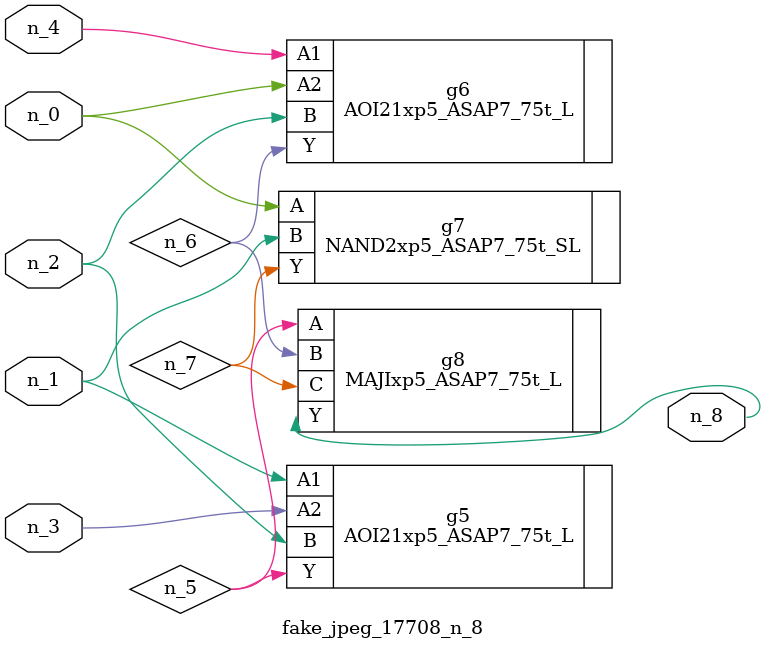
<source format=v>
module fake_jpeg_17708_n_8 (n_3, n_2, n_1, n_0, n_4, n_8);

input n_3;
input n_2;
input n_1;
input n_0;
input n_4;

output n_8;

wire n_6;
wire n_5;
wire n_7;

AOI21xp5_ASAP7_75t_L g5 ( 
.A1(n_1),
.A2(n_3),
.B(n_2),
.Y(n_5)
);

AOI21xp5_ASAP7_75t_L g6 ( 
.A1(n_4),
.A2(n_0),
.B(n_2),
.Y(n_6)
);

NAND2xp5_ASAP7_75t_SL g7 ( 
.A(n_0),
.B(n_1),
.Y(n_7)
);

MAJIxp5_ASAP7_75t_L g8 ( 
.A(n_5),
.B(n_6),
.C(n_7),
.Y(n_8)
);


endmodule
</source>
